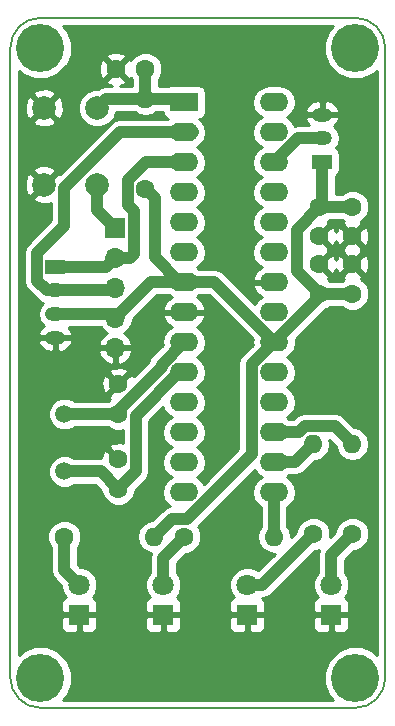
<source format=gbl>
G04 #@! TF.FileFunction,Copper,L2,Bot,Signal*
%FSLAX46Y46*%
G04 Gerber Fmt 4.6, Leading zero omitted, Abs format (unit mm)*
G04 Created by KiCad (PCBNEW 4.0.1-stable) date 2018/10/11 18:19:22*
%MOMM*%
G01*
G04 APERTURE LIST*
%ADD10C,0.100000*%
%ADD11C,0.150000*%
%ADD12C,4.064000*%
%ADD13C,1.600000*%
%ADD14R,1.800000X1.800000*%
%ADD15C,1.800000*%
%ADD16R,2.400000X1.600000*%
%ADD17O,2.400000X1.600000*%
%ADD18R,1.700000X1.200000*%
%ADD19O,1.700000X1.200000*%
%ADD20R,1.700000X1.700000*%
%ADD21O,1.700000X1.700000*%
%ADD22O,1.600000X1.600000*%
%ADD23C,2.000000*%
%ADD24C,1.500000*%
%ADD25C,1.000000*%
%ADD26C,0.254000*%
G04 APERTURE END LIST*
D10*
D11*
X170180000Y-107950000D02*
X171450000Y-107950000D01*
X170180000Y-166370000D02*
X171450000Y-166370000D01*
X142240000Y-163830000D02*
X142240000Y-110490000D01*
X142240000Y-163830000D02*
G75*
G03X144780000Y-166370000I2540000J0D01*
G01*
X144780000Y-166370000D02*
X170180000Y-166370000D01*
X173990000Y-110490000D02*
X173990000Y-163830000D01*
X144780000Y-107950000D02*
X170180000Y-107950000D01*
X171450000Y-166370000D02*
G75*
G03X173990000Y-163830000I0J2540000D01*
G01*
X144780000Y-107950000D02*
G75*
G03X142240000Y-110490000I0J-2540000D01*
G01*
X173990000Y-110490000D02*
G75*
G03X171450000Y-107950000I-2540000J0D01*
G01*
D12*
X144780000Y-163830000D03*
X171450000Y-163830000D03*
X171450000Y-110490000D03*
D13*
X168402000Y-123952000D03*
X168402000Y-126452000D03*
X151384000Y-141478000D03*
X151384000Y-138978000D03*
X151384000Y-147828000D03*
X151384000Y-145328000D03*
X171196000Y-131318000D03*
X171196000Y-128818000D03*
X171196000Y-123952000D03*
X171196000Y-126452000D03*
X168402000Y-131318000D03*
X168402000Y-128818000D03*
X153670000Y-112268000D03*
X151170000Y-112268000D03*
D14*
X155194000Y-158496000D03*
D15*
X155194000Y-155956000D03*
D14*
X169418000Y-158496000D03*
D15*
X169418000Y-155956000D03*
D14*
X162306000Y-158496000D03*
D15*
X162306000Y-155956000D03*
D14*
X148082000Y-158496000D03*
D15*
X148082000Y-155956000D03*
D16*
X156960524Y-115088000D03*
D17*
X164580524Y-148108000D03*
X156960524Y-117628000D03*
X164580524Y-145568000D03*
X156960524Y-120168000D03*
X164580524Y-143028000D03*
X156960524Y-122708000D03*
X164580524Y-140488000D03*
X156960524Y-125248000D03*
X164580524Y-137948000D03*
X156960524Y-127788000D03*
X164580524Y-135408000D03*
X156960524Y-130328000D03*
X164580524Y-132868000D03*
X156960524Y-132868000D03*
X164580524Y-130328000D03*
X156960524Y-135408000D03*
X164580524Y-127788000D03*
X156960524Y-137948000D03*
X164580524Y-125248000D03*
X156960524Y-140488000D03*
X164580524Y-122708000D03*
X156960524Y-143028000D03*
X164580524Y-120168000D03*
X156960524Y-145568000D03*
X164580524Y-117628000D03*
X156960524Y-148108000D03*
X164580524Y-115088000D03*
D18*
X146050000Y-129032000D03*
D19*
X146050000Y-131032000D03*
X146050000Y-133032000D03*
X146050000Y-135032000D03*
D20*
X151130000Y-125730000D03*
D21*
X151130000Y-128270000D03*
X151130000Y-130810000D03*
X151130000Y-133350000D03*
X151130000Y-135890000D03*
D18*
X168656000Y-120142000D03*
D19*
X168656000Y-118142000D03*
X168656000Y-116142000D03*
D13*
X156972000Y-151892000D03*
D22*
X164592000Y-151892000D03*
D13*
X153670000Y-122428000D03*
D22*
X153670000Y-114808000D03*
D13*
X171196000Y-151638000D03*
D22*
X171196000Y-144018000D03*
D13*
X167894000Y-151638000D03*
D22*
X167894000Y-144018000D03*
D13*
X146812000Y-151892000D03*
D22*
X154432000Y-151892000D03*
D23*
X145106000Y-115570000D03*
X149606000Y-115570000D03*
X145106000Y-122070000D03*
X149606000Y-122070000D03*
D24*
X146812000Y-141478000D03*
X146812000Y-146358000D03*
D12*
X144780000Y-110490000D03*
D25*
X153670000Y-122428000D02*
X154469999Y-123227999D01*
X154469999Y-123227999D02*
X154469999Y-128237475D01*
X154469999Y-128237475D02*
X156560524Y-130328000D01*
X156560524Y-130328000D02*
X156960524Y-130328000D01*
X156960524Y-130328000D02*
X157360524Y-130328000D01*
X154432000Y-151892000D02*
X155932001Y-150391999D01*
X155932001Y-150391999D02*
X157197859Y-150391999D01*
X157197859Y-150391999D02*
X162680514Y-144909344D01*
X162680514Y-144909344D02*
X162680514Y-137293486D01*
X162680514Y-137293486D02*
X164566000Y-135408000D01*
X164566000Y-135408000D02*
X164580524Y-135408000D01*
X168656000Y-120142000D02*
X168656000Y-123698000D01*
X168656000Y-123698000D02*
X168402000Y-123952000D01*
X164580524Y-135408000D02*
X168402000Y-131586524D01*
X168402000Y-131586524D02*
X168402000Y-131318000D01*
X168402000Y-123952000D02*
X166480534Y-125873466D01*
X166480534Y-125873466D02*
X166480534Y-129396534D01*
X166480534Y-129396534D02*
X167602001Y-130518001D01*
X167602001Y-130518001D02*
X168402000Y-131318000D01*
X156960524Y-130328000D02*
X159500524Y-130328000D01*
X159500524Y-130328000D02*
X164580524Y-135408000D01*
X156960524Y-130328000D02*
X154152000Y-130328000D01*
X154152000Y-130328000D02*
X151130000Y-133350000D01*
X146050000Y-133032000D02*
X150812000Y-133032000D01*
X150812000Y-133032000D02*
X151130000Y-133350000D01*
X145800000Y-133032000D02*
X146050000Y-133032000D01*
X156960524Y-130328000D02*
X156960524Y-130309334D01*
X164180524Y-135408000D02*
X164580524Y-135408000D01*
X168906000Y-120142000D02*
X168656000Y-120142000D01*
X168402000Y-123952000D02*
X171196000Y-123952000D01*
X168402000Y-131318000D02*
X171196000Y-131318000D01*
X151384000Y-141478000D02*
X151384000Y-141198002D01*
X151384000Y-141198002D02*
X155060514Y-137521488D01*
X155060514Y-137521488D02*
X155060514Y-137308010D01*
X155060514Y-137308010D02*
X156960524Y-135408000D01*
X156960524Y-135408000D02*
X156960524Y-135426666D01*
X156560524Y-135408000D02*
X156960524Y-135408000D01*
X146812000Y-141478000D02*
X151384000Y-141478000D01*
X151384000Y-147828000D02*
X152884001Y-146327999D01*
X152884001Y-146327999D02*
X152884001Y-141624523D01*
X152884001Y-141624523D02*
X156560524Y-137948000D01*
X156560524Y-137948000D02*
X156960524Y-137948000D01*
X156960524Y-137948000D02*
X156960524Y-137966666D01*
X146812000Y-146358000D02*
X149914000Y-146358000D01*
X149914000Y-146358000D02*
X151384000Y-147828000D01*
X156960524Y-137948000D02*
X157360524Y-137948000D01*
X149606000Y-122070000D02*
X149606000Y-124206000D01*
X149606000Y-124206000D02*
X151130000Y-125730000D01*
X153670000Y-114808000D02*
X150368000Y-114808000D01*
X150368000Y-114808000D02*
X149606000Y-115570000D01*
X153670000Y-112268000D02*
X153670000Y-114808000D01*
X153670000Y-114808000D02*
X156680524Y-114808000D01*
X156680524Y-114808000D02*
X156960524Y-115088000D01*
X156934524Y-115062000D02*
X156960524Y-115088000D01*
X155194000Y-155956000D02*
X155194000Y-153670000D01*
X155194000Y-153670000D02*
X156972000Y-151892000D01*
X156960524Y-117628000D02*
X151531998Y-117628000D01*
X151531998Y-117628000D02*
X146806001Y-122353997D01*
X144499999Y-127871999D02*
X144499999Y-130192001D01*
X146806001Y-122353997D02*
X146806001Y-125565997D01*
X146806001Y-125565997D02*
X144499999Y-127871999D01*
X145339998Y-131032000D02*
X146050000Y-131032000D01*
X144499999Y-130192001D02*
X145339998Y-131032000D01*
X156960524Y-117628000D02*
X156560524Y-117628000D01*
X146050000Y-131032000D02*
X150908000Y-131032000D01*
X150908000Y-131032000D02*
X151130000Y-130810000D01*
X156960524Y-117628000D02*
X156960524Y-117646666D01*
X156960524Y-117628000D02*
X157680526Y-117628000D01*
X156960524Y-120168000D02*
X153709998Y-120168000D01*
X153709998Y-120168000D02*
X152169999Y-121707999D01*
X152169999Y-121707999D02*
X152169999Y-123809997D01*
X152169999Y-123809997D02*
X152680001Y-124319999D01*
X152680001Y-124319999D02*
X152680001Y-127922080D01*
X152680001Y-127922080D02*
X152332081Y-128270000D01*
X152332081Y-128270000D02*
X151130000Y-128270000D01*
X157360524Y-120168000D02*
X156960524Y-120168000D01*
X156960524Y-120168000D02*
X156960524Y-120186666D01*
X156960524Y-120168000D02*
X156560524Y-120168000D01*
X146050000Y-129032000D02*
X150368000Y-129032000D01*
X150368000Y-129032000D02*
X151130000Y-128270000D01*
X145800000Y-129032000D02*
X146050000Y-129032000D01*
X164580524Y-145568000D02*
X166344000Y-145568000D01*
X166344000Y-145568000D02*
X167894000Y-144018000D01*
X164580524Y-143028000D02*
X166663998Y-143028000D01*
X166663998Y-143028000D02*
X167173999Y-142517999D01*
X167173999Y-142517999D02*
X169695999Y-142517999D01*
X169695999Y-142517999D02*
X170396001Y-143218001D01*
X170396001Y-143218001D02*
X171196000Y-144018000D01*
X169418000Y-155956000D02*
X169418000Y-153416000D01*
X169418000Y-153416000D02*
X171196000Y-151638000D01*
X162306000Y-155956000D02*
X163576000Y-155956000D01*
X163576000Y-155956000D02*
X167894000Y-151638000D01*
X164580524Y-148108000D02*
X164580524Y-151880524D01*
X164580524Y-151880524D02*
X164592000Y-151892000D01*
X146812000Y-151892000D02*
X146812000Y-154686000D01*
X146812000Y-154686000D02*
X148082000Y-155956000D01*
X164580524Y-120168000D02*
X166606524Y-118142000D01*
X166606524Y-118142000D02*
X168656000Y-118142000D01*
D26*
G36*
X169197124Y-108981831D02*
X168791462Y-109958772D01*
X168790539Y-111016587D01*
X169194495Y-111994235D01*
X169941831Y-112742876D01*
X170918772Y-113148538D01*
X171976587Y-113149461D01*
X172954235Y-112745505D01*
X173288000Y-112412322D01*
X173288000Y-161907531D01*
X172958169Y-161577124D01*
X171981228Y-161171462D01*
X170923413Y-161170539D01*
X169945765Y-161574495D01*
X169197124Y-162321831D01*
X168791462Y-163298772D01*
X168790539Y-164356587D01*
X169194495Y-165334235D01*
X169527678Y-165668000D01*
X146702469Y-165668000D01*
X147032876Y-165338169D01*
X147438538Y-164361228D01*
X147439461Y-163303413D01*
X147035505Y-162325765D01*
X146288169Y-161577124D01*
X145311228Y-161171462D01*
X144253413Y-161170539D01*
X143275765Y-161574495D01*
X142942000Y-161907678D01*
X142942000Y-158781750D01*
X146547000Y-158781750D01*
X146547000Y-159522309D01*
X146643673Y-159755698D01*
X146822301Y-159934327D01*
X147055690Y-160031000D01*
X147796250Y-160031000D01*
X147955000Y-159872250D01*
X147955000Y-158623000D01*
X148209000Y-158623000D01*
X148209000Y-159872250D01*
X148367750Y-160031000D01*
X149108310Y-160031000D01*
X149341699Y-159934327D01*
X149520327Y-159755698D01*
X149617000Y-159522309D01*
X149617000Y-158781750D01*
X153659000Y-158781750D01*
X153659000Y-159522309D01*
X153755673Y-159755698D01*
X153934301Y-159934327D01*
X154167690Y-160031000D01*
X154908250Y-160031000D01*
X155067000Y-159872250D01*
X155067000Y-158623000D01*
X155321000Y-158623000D01*
X155321000Y-159872250D01*
X155479750Y-160031000D01*
X156220310Y-160031000D01*
X156453699Y-159934327D01*
X156632327Y-159755698D01*
X156729000Y-159522309D01*
X156729000Y-158781750D01*
X160771000Y-158781750D01*
X160771000Y-159522309D01*
X160867673Y-159755698D01*
X161046301Y-159934327D01*
X161279690Y-160031000D01*
X162020250Y-160031000D01*
X162179000Y-159872250D01*
X162179000Y-158623000D01*
X162433000Y-158623000D01*
X162433000Y-159872250D01*
X162591750Y-160031000D01*
X163332310Y-160031000D01*
X163565699Y-159934327D01*
X163744327Y-159755698D01*
X163841000Y-159522309D01*
X163841000Y-158781750D01*
X167883000Y-158781750D01*
X167883000Y-159522309D01*
X167979673Y-159755698D01*
X168158301Y-159934327D01*
X168391690Y-160031000D01*
X169132250Y-160031000D01*
X169291000Y-159872250D01*
X169291000Y-158623000D01*
X169545000Y-158623000D01*
X169545000Y-159872250D01*
X169703750Y-160031000D01*
X170444310Y-160031000D01*
X170677699Y-159934327D01*
X170856327Y-159755698D01*
X170953000Y-159522309D01*
X170953000Y-158781750D01*
X170794250Y-158623000D01*
X169545000Y-158623000D01*
X169291000Y-158623000D01*
X168041750Y-158623000D01*
X167883000Y-158781750D01*
X163841000Y-158781750D01*
X163682250Y-158623000D01*
X162433000Y-158623000D01*
X162179000Y-158623000D01*
X160929750Y-158623000D01*
X160771000Y-158781750D01*
X156729000Y-158781750D01*
X156570250Y-158623000D01*
X155321000Y-158623000D01*
X155067000Y-158623000D01*
X153817750Y-158623000D01*
X153659000Y-158781750D01*
X149617000Y-158781750D01*
X149458250Y-158623000D01*
X148209000Y-158623000D01*
X147955000Y-158623000D01*
X146705750Y-158623000D01*
X146547000Y-158781750D01*
X142942000Y-158781750D01*
X142942000Y-152174603D01*
X145384752Y-152174603D01*
X145601543Y-152699275D01*
X145685000Y-152782878D01*
X145685000Y-154686000D01*
X145770788Y-155117284D01*
X146015091Y-155482909D01*
X146554941Y-156022759D01*
X146554735Y-156258407D01*
X146786717Y-156819846D01*
X146965088Y-156998529D01*
X146822301Y-157057673D01*
X146643673Y-157236302D01*
X146547000Y-157469691D01*
X146547000Y-158210250D01*
X146705750Y-158369000D01*
X147955000Y-158369000D01*
X147955000Y-158349000D01*
X148209000Y-158349000D01*
X148209000Y-158369000D01*
X149458250Y-158369000D01*
X149617000Y-158210250D01*
X149617000Y-157469691D01*
X149520327Y-157236302D01*
X149341699Y-157057673D01*
X149199004Y-156998567D01*
X149375773Y-156822106D01*
X149608735Y-156261072D01*
X149609265Y-155653593D01*
X149377283Y-155092154D01*
X148948106Y-154662227D01*
X148387072Y-154429265D01*
X148148876Y-154429057D01*
X147939000Y-154219182D01*
X147939000Y-152783290D01*
X148021047Y-152701386D01*
X148238752Y-152177093D01*
X148239248Y-151609397D01*
X148022457Y-151084725D01*
X147621386Y-150682953D01*
X147097093Y-150465248D01*
X146529397Y-150464752D01*
X146004725Y-150681543D01*
X145602953Y-151082614D01*
X145385248Y-151606907D01*
X145384752Y-152174603D01*
X142942000Y-152174603D01*
X142942000Y-138761223D01*
X149937035Y-138761223D01*
X149964222Y-139331454D01*
X150130136Y-139732005D01*
X150376255Y-139806139D01*
X151204395Y-138978000D01*
X150376255Y-138149861D01*
X150130136Y-138223995D01*
X149937035Y-138761223D01*
X142942000Y-138761223D01*
X142942000Y-137970255D01*
X150555861Y-137970255D01*
X151384000Y-138798395D01*
X152212139Y-137970255D01*
X152138005Y-137724136D01*
X151600777Y-137531035D01*
X151030546Y-137558222D01*
X150629995Y-137724136D01*
X150555861Y-137970255D01*
X142942000Y-137970255D01*
X142942000Y-135349609D01*
X144606538Y-135349609D01*
X144621714Y-135441376D01*
X144868067Y-135861125D01*
X145256299Y-136154647D01*
X145727304Y-136277256D01*
X145923000Y-136114547D01*
X145923000Y-135159000D01*
X146177000Y-135159000D01*
X146177000Y-136114547D01*
X146372696Y-136277256D01*
X146489347Y-136246890D01*
X149688524Y-136246890D01*
X149858355Y-136656924D01*
X150248642Y-137085183D01*
X150773108Y-137331486D01*
X151003000Y-137210819D01*
X151003000Y-136017000D01*
X151257000Y-136017000D01*
X151257000Y-137210819D01*
X151486892Y-137331486D01*
X152011358Y-137085183D01*
X152401645Y-136656924D01*
X152571476Y-136246890D01*
X152450155Y-136017000D01*
X151257000Y-136017000D01*
X151003000Y-136017000D01*
X149809845Y-136017000D01*
X149688524Y-136246890D01*
X146489347Y-136246890D01*
X146843701Y-136154647D01*
X147231933Y-135861125D01*
X147478286Y-135441376D01*
X147493462Y-135349609D01*
X147368731Y-135159000D01*
X146177000Y-135159000D01*
X145923000Y-135159000D01*
X144731269Y-135159000D01*
X144606538Y-135349609D01*
X142942000Y-135349609D01*
X142942000Y-127871999D01*
X143372999Y-127871999D01*
X143372999Y-130192001D01*
X143458787Y-130623285D01*
X143703090Y-130988910D01*
X144543089Y-131828909D01*
X144908714Y-132073212D01*
X145009795Y-132093318D01*
X144903444Y-132164380D01*
X144637464Y-132562447D01*
X144544064Y-133032000D01*
X144637464Y-133501553D01*
X144903444Y-133899620D01*
X145097590Y-134029344D01*
X144868067Y-134202875D01*
X144621714Y-134622624D01*
X144606538Y-134714391D01*
X144731269Y-134905000D01*
X145923000Y-134905000D01*
X145923000Y-134885000D01*
X146177000Y-134885000D01*
X146177000Y-134905000D01*
X147368731Y-134905000D01*
X147493462Y-134714391D01*
X147478286Y-134622624D01*
X147231933Y-134202875D01*
X147173901Y-134159000D01*
X149899380Y-134159000D01*
X150056667Y-134394397D01*
X150399939Y-134623764D01*
X150248642Y-134694817D01*
X149858355Y-135123076D01*
X149688524Y-135533110D01*
X149809845Y-135763000D01*
X151003000Y-135763000D01*
X151003000Y-135743000D01*
X151257000Y-135743000D01*
X151257000Y-135763000D01*
X152450155Y-135763000D01*
X152571476Y-135533110D01*
X152401645Y-135123076D01*
X152011358Y-134694817D01*
X151860061Y-134623764D01*
X152203333Y-134394397D01*
X152523506Y-133915223D01*
X152614115Y-133459704D01*
X154618819Y-131455000D01*
X155692228Y-131455000D01*
X155895068Y-131590534D01*
X155894041Y-131590834D01*
X155456024Y-131943104D01*
X155186157Y-132436181D01*
X155168620Y-132518961D01*
X155290609Y-132741000D01*
X156833524Y-132741000D01*
X156833524Y-132721000D01*
X157087524Y-132721000D01*
X157087524Y-132741000D01*
X158630439Y-132741000D01*
X158752428Y-132518961D01*
X158734891Y-132436181D01*
X158465024Y-131943104D01*
X158027007Y-131590834D01*
X158025980Y-131590534D01*
X158228820Y-131455000D01*
X159033706Y-131455000D01*
X162762357Y-135183651D01*
X162717731Y-135408000D01*
X162759947Y-135620235D01*
X161883605Y-136496577D01*
X161639302Y-136862202D01*
X161553514Y-137293486D01*
X161553514Y-144442526D01*
X158602315Y-147393725D01*
X158405358Y-147098959D01*
X158014806Y-146838000D01*
X158405358Y-146577041D01*
X158714693Y-146114089D01*
X158823317Y-145568000D01*
X158714693Y-145021911D01*
X158405358Y-144558959D01*
X158014806Y-144298000D01*
X158405358Y-144037041D01*
X158714693Y-143574089D01*
X158823317Y-143028000D01*
X158714693Y-142481911D01*
X158405358Y-142018959D01*
X158014806Y-141758000D01*
X158405358Y-141497041D01*
X158714693Y-141034089D01*
X158823317Y-140488000D01*
X158714693Y-139941911D01*
X158405358Y-139478959D01*
X158014806Y-139218000D01*
X158405358Y-138957041D01*
X158714693Y-138494089D01*
X158823317Y-137948000D01*
X158714693Y-137401911D01*
X158405358Y-136938959D01*
X158014806Y-136678000D01*
X158405358Y-136417041D01*
X158714693Y-135954089D01*
X158823317Y-135408000D01*
X158714693Y-134861911D01*
X158405358Y-134398959D01*
X158025980Y-134145466D01*
X158027007Y-134145166D01*
X158465024Y-133792896D01*
X158734891Y-133299819D01*
X158752428Y-133217039D01*
X158630439Y-132995000D01*
X157087524Y-132995000D01*
X157087524Y-133015000D01*
X156833524Y-133015000D01*
X156833524Y-132995000D01*
X155290609Y-132995000D01*
X155168620Y-133217039D01*
X155186157Y-133299819D01*
X155456024Y-133792896D01*
X155894041Y-134145166D01*
X155895068Y-134145466D01*
X155515690Y-134398959D01*
X155206355Y-134861911D01*
X155097731Y-135408000D01*
X155142357Y-135632349D01*
X154263605Y-136511101D01*
X154019302Y-136876726D01*
X153996419Y-136991765D01*
X152674864Y-138313320D01*
X152637864Y-138223995D01*
X152391745Y-138149861D01*
X151563605Y-138978000D01*
X151577748Y-138992142D01*
X151398142Y-139171748D01*
X151384000Y-139157605D01*
X150555861Y-139985745D01*
X150629995Y-140231864D01*
X150647685Y-140238223D01*
X150576725Y-140267543D01*
X150493122Y-140351000D01*
X147632640Y-140351000D01*
X147593026Y-140311317D01*
X147087104Y-140101240D01*
X146539299Y-140100762D01*
X146033011Y-140309956D01*
X145645317Y-140696974D01*
X145435240Y-141202896D01*
X145434762Y-141750701D01*
X145643956Y-142256989D01*
X146030974Y-142644683D01*
X146536896Y-142854760D01*
X147084701Y-142855238D01*
X147590989Y-142646044D01*
X147632105Y-142605000D01*
X150492710Y-142605000D01*
X150574614Y-142687047D01*
X151098907Y-142904752D01*
X151666603Y-142905248D01*
X151757001Y-142867896D01*
X151757001Y-143937188D01*
X151600777Y-143881035D01*
X151030546Y-143908222D01*
X150629995Y-144074136D01*
X150555861Y-144320255D01*
X151384000Y-145148395D01*
X151398143Y-145134253D01*
X151577748Y-145313858D01*
X151563605Y-145328000D01*
X151577748Y-145342143D01*
X151398143Y-145521748D01*
X151384000Y-145507605D01*
X151369858Y-145521748D01*
X151190252Y-145342142D01*
X151204395Y-145328000D01*
X150376255Y-144499861D01*
X150130136Y-144573995D01*
X149937035Y-145111223D01*
X149943021Y-145236773D01*
X149914000Y-145231000D01*
X147632640Y-145231000D01*
X147593026Y-145191317D01*
X147087104Y-144981240D01*
X146539299Y-144980762D01*
X146033011Y-145189956D01*
X145645317Y-145576974D01*
X145435240Y-146082896D01*
X145434762Y-146630701D01*
X145643956Y-147136989D01*
X146030974Y-147524683D01*
X146536896Y-147734760D01*
X147084701Y-147735238D01*
X147590989Y-147526044D01*
X147632105Y-147485000D01*
X149447182Y-147485000D01*
X149956853Y-147994671D01*
X149956752Y-148110603D01*
X150173543Y-148635275D01*
X150574614Y-149037047D01*
X151098907Y-149254752D01*
X151666603Y-149255248D01*
X152191275Y-149038457D01*
X152593047Y-148637386D01*
X152810752Y-148113093D01*
X152810855Y-147994963D01*
X153680911Y-147124908D01*
X153925213Y-146759283D01*
X154011001Y-146327999D01*
X154011001Y-142091341D01*
X155183442Y-140918900D01*
X155206355Y-141034089D01*
X155515690Y-141497041D01*
X155906242Y-141758000D01*
X155515690Y-142018959D01*
X155206355Y-142481911D01*
X155097731Y-143028000D01*
X155206355Y-143574089D01*
X155515690Y-144037041D01*
X155906242Y-144298000D01*
X155515690Y-144558959D01*
X155206355Y-145021911D01*
X155097731Y-145568000D01*
X155206355Y-146114089D01*
X155515690Y-146577041D01*
X155906242Y-146838000D01*
X155515690Y-147098959D01*
X155206355Y-147561911D01*
X155097731Y-148108000D01*
X155206355Y-148654089D01*
X155515690Y-149117041D01*
X155781830Y-149294870D01*
X155500717Y-149350787D01*
X155135092Y-149595089D01*
X154230702Y-150499480D01*
X153857954Y-150573624D01*
X153395002Y-150882959D01*
X153085667Y-151345911D01*
X152977043Y-151892000D01*
X153085667Y-152438089D01*
X153395002Y-152901041D01*
X153857954Y-153210376D01*
X154146989Y-153267869D01*
X154067000Y-153670000D01*
X154067000Y-154923412D01*
X153900227Y-155089894D01*
X153667265Y-155650928D01*
X153666735Y-156258407D01*
X153898717Y-156819846D01*
X154077088Y-156998529D01*
X153934301Y-157057673D01*
X153755673Y-157236302D01*
X153659000Y-157469691D01*
X153659000Y-158210250D01*
X153817750Y-158369000D01*
X155067000Y-158369000D01*
X155067000Y-158349000D01*
X155321000Y-158349000D01*
X155321000Y-158369000D01*
X156570250Y-158369000D01*
X156729000Y-158210250D01*
X156729000Y-157469691D01*
X156632327Y-157236302D01*
X156453699Y-157057673D01*
X156311004Y-156998567D01*
X156487773Y-156822106D01*
X156720735Y-156261072D01*
X156721265Y-155653593D01*
X156489283Y-155092154D01*
X156321000Y-154923577D01*
X156321000Y-154136818D01*
X157138672Y-153319147D01*
X157254603Y-153319248D01*
X157779275Y-153102457D01*
X158181047Y-152701386D01*
X158398752Y-152177093D01*
X158399248Y-151609397D01*
X158182457Y-151084725D01*
X158140740Y-151042936D01*
X162923780Y-146259896D01*
X163135690Y-146577041D01*
X163526242Y-146838000D01*
X163135690Y-147098959D01*
X162826355Y-147561911D01*
X162717731Y-148108000D01*
X162826355Y-148654089D01*
X163135690Y-149117041D01*
X163453524Y-149329411D01*
X163453524Y-151034831D01*
X163245667Y-151345911D01*
X163137043Y-151892000D01*
X163245667Y-152438089D01*
X163555002Y-152901041D01*
X164017954Y-153210376D01*
X164564043Y-153319000D01*
X164619182Y-153319000D01*
X163223985Y-154714197D01*
X163172106Y-154662227D01*
X162611072Y-154429265D01*
X162003593Y-154428735D01*
X161442154Y-154660717D01*
X161012227Y-155089894D01*
X160779265Y-155650928D01*
X160778735Y-156258407D01*
X161010717Y-156819846D01*
X161189088Y-156998529D01*
X161046301Y-157057673D01*
X160867673Y-157236302D01*
X160771000Y-157469691D01*
X160771000Y-158210250D01*
X160929750Y-158369000D01*
X162179000Y-158369000D01*
X162179000Y-158349000D01*
X162433000Y-158349000D01*
X162433000Y-158369000D01*
X163682250Y-158369000D01*
X163841000Y-158210250D01*
X163841000Y-157469691D01*
X163744327Y-157236302D01*
X163588533Y-157080507D01*
X164007284Y-156997212D01*
X164372909Y-156752909D01*
X168060671Y-153065147D01*
X168176603Y-153065248D01*
X168378803Y-152981700D01*
X168376788Y-152984716D01*
X168291000Y-153416000D01*
X168291000Y-154923412D01*
X168124227Y-155089894D01*
X167891265Y-155650928D01*
X167890735Y-156258407D01*
X168122717Y-156819846D01*
X168301088Y-156998529D01*
X168158301Y-157057673D01*
X167979673Y-157236302D01*
X167883000Y-157469691D01*
X167883000Y-158210250D01*
X168041750Y-158369000D01*
X169291000Y-158369000D01*
X169291000Y-158349000D01*
X169545000Y-158349000D01*
X169545000Y-158369000D01*
X170794250Y-158369000D01*
X170953000Y-158210250D01*
X170953000Y-157469691D01*
X170856327Y-157236302D01*
X170677699Y-157057673D01*
X170535004Y-156998567D01*
X170711773Y-156822106D01*
X170944735Y-156261072D01*
X170945265Y-155653593D01*
X170713283Y-155092154D01*
X170545000Y-154923577D01*
X170545000Y-153882818D01*
X171362672Y-153065147D01*
X171478603Y-153065248D01*
X172003275Y-152848457D01*
X172405047Y-152447386D01*
X172622752Y-151923093D01*
X172623248Y-151355397D01*
X172406457Y-150830725D01*
X172005386Y-150428953D01*
X171481093Y-150211248D01*
X170913397Y-150210752D01*
X170388725Y-150427543D01*
X169986953Y-150828614D01*
X169769248Y-151352907D01*
X169769145Y-151471037D01*
X169320755Y-151919426D01*
X169321248Y-151355397D01*
X169104457Y-150830725D01*
X168703386Y-150428953D01*
X168179093Y-150211248D01*
X167611397Y-150210752D01*
X167086725Y-150427543D01*
X166684953Y-150828614D01*
X166467248Y-151352907D01*
X166467145Y-151471037D01*
X166046828Y-151891354D01*
X165938333Y-151345911D01*
X165707524Y-151000481D01*
X165707524Y-149329411D01*
X166025358Y-149117041D01*
X166334693Y-148654089D01*
X166443317Y-148108000D01*
X166334693Y-147561911D01*
X166025358Y-147098959D01*
X165634806Y-146838000D01*
X165848820Y-146695000D01*
X166344000Y-146695000D01*
X166775284Y-146609212D01*
X167140909Y-146364909D01*
X168067341Y-145438477D01*
X168440089Y-145364333D01*
X168903041Y-145054998D01*
X169212376Y-144592046D01*
X169321000Y-144045957D01*
X169321000Y-143990043D01*
X169258124Y-143673942D01*
X169599091Y-144014910D01*
X169599094Y-144014912D01*
X169803480Y-144219298D01*
X169877624Y-144592046D01*
X170186959Y-145054998D01*
X170649911Y-145364333D01*
X171196000Y-145472957D01*
X171742089Y-145364333D01*
X172205041Y-145054998D01*
X172514376Y-144592046D01*
X172623000Y-144045957D01*
X172623000Y-143990043D01*
X172514376Y-143443954D01*
X172205041Y-142981002D01*
X171742089Y-142671667D01*
X171369341Y-142597523D01*
X171192912Y-142421094D01*
X171192910Y-142421091D01*
X170492908Y-141721090D01*
X170127283Y-141476787D01*
X169695999Y-141390999D01*
X167173999Y-141390999D01*
X166742715Y-141476787D01*
X166377089Y-141721090D01*
X166197179Y-141901000D01*
X165848820Y-141901000D01*
X165634806Y-141758000D01*
X166025358Y-141497041D01*
X166334693Y-141034089D01*
X166443317Y-140488000D01*
X166334693Y-139941911D01*
X166025358Y-139478959D01*
X165634806Y-139218000D01*
X166025358Y-138957041D01*
X166334693Y-138494089D01*
X166443317Y-137948000D01*
X166334693Y-137401911D01*
X166025358Y-136938959D01*
X165634806Y-136678000D01*
X166025358Y-136417041D01*
X166334693Y-135954089D01*
X166443317Y-135408000D01*
X166398691Y-135183651D01*
X168944469Y-132637873D01*
X169209275Y-132528457D01*
X169292878Y-132445000D01*
X170304710Y-132445000D01*
X170386614Y-132527047D01*
X170910907Y-132744752D01*
X171478603Y-132745248D01*
X172003275Y-132528457D01*
X172405047Y-132127386D01*
X172622752Y-131603093D01*
X172623248Y-131035397D01*
X172406457Y-130510725D01*
X172005386Y-130108953D01*
X171933014Y-130078902D01*
X171950005Y-130071864D01*
X172024139Y-129825745D01*
X171196000Y-128997605D01*
X170367861Y-129825745D01*
X170441995Y-130071864D01*
X170459685Y-130078223D01*
X170388725Y-130107543D01*
X170305122Y-130191000D01*
X169293290Y-130191000D01*
X169211386Y-130108953D01*
X169139014Y-130078902D01*
X169156005Y-130071864D01*
X169230139Y-129825745D01*
X168402000Y-128997605D01*
X168387858Y-129011748D01*
X168208252Y-128832142D01*
X168222395Y-128818000D01*
X168581605Y-128818000D01*
X169409745Y-129646139D01*
X169655864Y-129572005D01*
X169788866Y-129201979D01*
X169942136Y-129572005D01*
X170188255Y-129646139D01*
X171016395Y-128818000D01*
X171375605Y-128818000D01*
X172203745Y-129646139D01*
X172449864Y-129572005D01*
X172642965Y-129034777D01*
X172615778Y-128464546D01*
X172449864Y-128063995D01*
X172203745Y-127989861D01*
X171375605Y-128818000D01*
X171016395Y-128818000D01*
X170188255Y-127989861D01*
X169942136Y-128063995D01*
X169809134Y-128434021D01*
X169655864Y-128063995D01*
X169409745Y-127989861D01*
X168581605Y-128818000D01*
X168222395Y-128818000D01*
X168208252Y-128803858D01*
X168387858Y-128624252D01*
X168402000Y-128638395D01*
X169230139Y-127810255D01*
X169177350Y-127635000D01*
X169230139Y-127459745D01*
X170367861Y-127459745D01*
X170420650Y-127635000D01*
X170367861Y-127810255D01*
X171196000Y-128638395D01*
X172024139Y-127810255D01*
X171971350Y-127635000D01*
X172024139Y-127459745D01*
X171196000Y-126631605D01*
X170367861Y-127459745D01*
X169230139Y-127459745D01*
X168402000Y-126631605D01*
X168387858Y-126645748D01*
X168208252Y-126466142D01*
X168222395Y-126452000D01*
X168581605Y-126452000D01*
X169409745Y-127280139D01*
X169655864Y-127206005D01*
X169788866Y-126835979D01*
X169942136Y-127206005D01*
X170188255Y-127280139D01*
X171016395Y-126452000D01*
X171375605Y-126452000D01*
X172203745Y-127280139D01*
X172449864Y-127206005D01*
X172642965Y-126668777D01*
X172615778Y-126098546D01*
X172449864Y-125697995D01*
X172203745Y-125623861D01*
X171375605Y-126452000D01*
X171016395Y-126452000D01*
X170188255Y-125623861D01*
X169942136Y-125697995D01*
X169809134Y-126068021D01*
X169655864Y-125697995D01*
X169409745Y-125623861D01*
X168581605Y-126452000D01*
X168222395Y-126452000D01*
X168208252Y-126437858D01*
X168387858Y-126258252D01*
X168402000Y-126272395D01*
X169230139Y-125444255D01*
X169156005Y-125198136D01*
X169138315Y-125191777D01*
X169209275Y-125162457D01*
X169292878Y-125079000D01*
X170304710Y-125079000D01*
X170386614Y-125161047D01*
X170458986Y-125191098D01*
X170441995Y-125198136D01*
X170367861Y-125444255D01*
X171196000Y-126272395D01*
X172024139Y-125444255D01*
X171950005Y-125198136D01*
X171932315Y-125191777D01*
X172003275Y-125162457D01*
X172405047Y-124761386D01*
X172622752Y-124237093D01*
X172623248Y-123669397D01*
X172406457Y-123144725D01*
X172005386Y-122742953D01*
X171481093Y-122525248D01*
X170913397Y-122524752D01*
X170388725Y-122741543D01*
X170305122Y-122825000D01*
X169783000Y-122825000D01*
X169783000Y-121308833D01*
X169951753Y-121200243D01*
X170094917Y-120990717D01*
X170145283Y-120742000D01*
X170145283Y-119542000D01*
X170101563Y-119309648D01*
X169964243Y-119096247D01*
X169813497Y-118993246D01*
X170068536Y-118611553D01*
X170161936Y-118142000D01*
X170068536Y-117672447D01*
X169802556Y-117274380D01*
X169608410Y-117144656D01*
X169837933Y-116971125D01*
X170084286Y-116551376D01*
X170099462Y-116459609D01*
X169974731Y-116269000D01*
X168783000Y-116269000D01*
X168783000Y-116289000D01*
X168529000Y-116289000D01*
X168529000Y-116269000D01*
X167337269Y-116269000D01*
X167212538Y-116459609D01*
X167227714Y-116551376D01*
X167474067Y-116971125D01*
X167532099Y-117015000D01*
X166606524Y-117015000D01*
X166327120Y-117070577D01*
X166025358Y-116618959D01*
X165634806Y-116358000D01*
X166025358Y-116097041D01*
X166207537Y-115824391D01*
X167212538Y-115824391D01*
X167337269Y-116015000D01*
X168529000Y-116015000D01*
X168529000Y-115059453D01*
X168783000Y-115059453D01*
X168783000Y-116015000D01*
X169974731Y-116015000D01*
X170099462Y-115824391D01*
X170084286Y-115732624D01*
X169837933Y-115312875D01*
X169449701Y-115019353D01*
X168978696Y-114896744D01*
X168783000Y-115059453D01*
X168529000Y-115059453D01*
X168333304Y-114896744D01*
X167862299Y-115019353D01*
X167474067Y-115312875D01*
X167227714Y-115732624D01*
X167212538Y-115824391D01*
X166207537Y-115824391D01*
X166334693Y-115634089D01*
X166443317Y-115088000D01*
X166334693Y-114541911D01*
X166025358Y-114078959D01*
X165562406Y-113769624D01*
X165016317Y-113661000D01*
X164144731Y-113661000D01*
X163598642Y-113769624D01*
X163135690Y-114078959D01*
X162826355Y-114541911D01*
X162717731Y-115088000D01*
X162826355Y-115634089D01*
X163135690Y-116097041D01*
X163526242Y-116358000D01*
X163135690Y-116618959D01*
X162826355Y-117081911D01*
X162717731Y-117628000D01*
X162826355Y-118174089D01*
X163135690Y-118637041D01*
X163526242Y-118898000D01*
X163135690Y-119158959D01*
X162826355Y-119621911D01*
X162717731Y-120168000D01*
X162826355Y-120714089D01*
X163135690Y-121177041D01*
X163526242Y-121438000D01*
X163135690Y-121698959D01*
X162826355Y-122161911D01*
X162717731Y-122708000D01*
X162826355Y-123254089D01*
X163135690Y-123717041D01*
X163526242Y-123978000D01*
X163135690Y-124238959D01*
X162826355Y-124701911D01*
X162717731Y-125248000D01*
X162826355Y-125794089D01*
X163135690Y-126257041D01*
X163526242Y-126518000D01*
X163135690Y-126778959D01*
X162826355Y-127241911D01*
X162717731Y-127788000D01*
X162826355Y-128334089D01*
X163135690Y-128797041D01*
X163515068Y-129050534D01*
X163514041Y-129050834D01*
X163076024Y-129403104D01*
X162806157Y-129896181D01*
X162788620Y-129978961D01*
X162910609Y-130201000D01*
X164453524Y-130201000D01*
X164453524Y-130181000D01*
X164707524Y-130181000D01*
X164707524Y-130201000D01*
X164727524Y-130201000D01*
X164727524Y-130455000D01*
X164707524Y-130455000D01*
X164707524Y-130475000D01*
X164453524Y-130475000D01*
X164453524Y-130455000D01*
X162910609Y-130455000D01*
X162788620Y-130677039D01*
X162806157Y-130759819D01*
X163076024Y-131252896D01*
X163514041Y-131605166D01*
X163515068Y-131605466D01*
X163135690Y-131858959D01*
X162931257Y-132164915D01*
X160297433Y-129531091D01*
X159931808Y-129286788D01*
X159500524Y-129201000D01*
X158228820Y-129201000D01*
X158014806Y-129058000D01*
X158405358Y-128797041D01*
X158714693Y-128334089D01*
X158823317Y-127788000D01*
X158714693Y-127241911D01*
X158405358Y-126778959D01*
X158014806Y-126518000D01*
X158405358Y-126257041D01*
X158714693Y-125794089D01*
X158823317Y-125248000D01*
X158714693Y-124701911D01*
X158405358Y-124238959D01*
X158014806Y-123978000D01*
X158405358Y-123717041D01*
X158714693Y-123254089D01*
X158823317Y-122708000D01*
X158714693Y-122161911D01*
X158405358Y-121698959D01*
X158014806Y-121438000D01*
X158405358Y-121177041D01*
X158714693Y-120714089D01*
X158823317Y-120168000D01*
X158714693Y-119621911D01*
X158405358Y-119158959D01*
X158014806Y-118898000D01*
X158405358Y-118637041D01*
X158714693Y-118174089D01*
X158823317Y-117628000D01*
X158714693Y-117081911D01*
X158405358Y-116618959D01*
X158244506Y-116511481D01*
X158392876Y-116483563D01*
X158606277Y-116346243D01*
X158749441Y-116136717D01*
X158799807Y-115888000D01*
X158799807Y-114288000D01*
X158756087Y-114055648D01*
X158618767Y-113842247D01*
X158409241Y-113699083D01*
X158160524Y-113648717D01*
X155760524Y-113648717D01*
X155588954Y-113681000D01*
X154797000Y-113681000D01*
X154797000Y-113159290D01*
X154879047Y-113077386D01*
X155096752Y-112553093D01*
X155097248Y-111985397D01*
X154880457Y-111460725D01*
X154479386Y-111058953D01*
X153955093Y-110841248D01*
X153387397Y-110840752D01*
X152862725Y-111057543D01*
X152460953Y-111458614D01*
X152430902Y-111530986D01*
X152423864Y-111513995D01*
X152177745Y-111439861D01*
X151349605Y-112268000D01*
X152177745Y-113096139D01*
X152423864Y-113022005D01*
X152430223Y-113004315D01*
X152459543Y-113075275D01*
X152543000Y-113158878D01*
X152543000Y-113681000D01*
X151539818Y-113681000D01*
X151924005Y-113521864D01*
X151998139Y-113275745D01*
X151170000Y-112447605D01*
X150341861Y-113275745D01*
X150415995Y-113521864D01*
X150858729Y-113681000D01*
X150368000Y-113681000D01*
X149936716Y-113766788D01*
X149672909Y-113943058D01*
X149283789Y-113942718D01*
X148685582Y-114189892D01*
X148227501Y-114647175D01*
X147979283Y-115244950D01*
X147978718Y-115892211D01*
X148225892Y-116490418D01*
X148683175Y-116948499D01*
X149280950Y-117196717D01*
X149928211Y-117197282D01*
X150526418Y-116950108D01*
X150984499Y-116492825D01*
X151216128Y-115935000D01*
X152795656Y-115935000D01*
X153123911Y-116154333D01*
X153670000Y-116262957D01*
X154216089Y-116154333D01*
X154544344Y-115935000D01*
X155130085Y-115935000D01*
X155164961Y-116120352D01*
X155302281Y-116333753D01*
X155511807Y-116476917D01*
X155630733Y-116501000D01*
X151531998Y-116501000D01*
X151100714Y-116586788D01*
X150735089Y-116831091D01*
X146412267Y-121153913D01*
X146258532Y-121097073D01*
X145285605Y-122070000D01*
X145299748Y-122084143D01*
X145120143Y-122263748D01*
X145106000Y-122249605D01*
X144133073Y-123222532D01*
X144231736Y-123489387D01*
X144841461Y-123715908D01*
X145491460Y-123691856D01*
X145679001Y-123614174D01*
X145679001Y-125099178D01*
X143703090Y-127075090D01*
X143458787Y-127440715D01*
X143372999Y-127871999D01*
X142942000Y-127871999D01*
X142942000Y-121805461D01*
X143460092Y-121805461D01*
X143484144Y-122455460D01*
X143686613Y-122944264D01*
X143953468Y-123042927D01*
X144926395Y-122070000D01*
X143953468Y-121097073D01*
X143686613Y-121195736D01*
X143460092Y-121805461D01*
X142942000Y-121805461D01*
X142942000Y-120917468D01*
X144133073Y-120917468D01*
X145106000Y-121890395D01*
X146078927Y-120917468D01*
X145980264Y-120650613D01*
X145370539Y-120424092D01*
X144720540Y-120448144D01*
X144231736Y-120650613D01*
X144133073Y-120917468D01*
X142942000Y-120917468D01*
X142942000Y-116722532D01*
X144133073Y-116722532D01*
X144231736Y-116989387D01*
X144841461Y-117215908D01*
X145491460Y-117191856D01*
X145980264Y-116989387D01*
X146078927Y-116722532D01*
X145106000Y-115749605D01*
X144133073Y-116722532D01*
X142942000Y-116722532D01*
X142942000Y-115305461D01*
X143460092Y-115305461D01*
X143484144Y-115955460D01*
X143686613Y-116444264D01*
X143953468Y-116542927D01*
X144926395Y-115570000D01*
X145285605Y-115570000D01*
X146258532Y-116542927D01*
X146525387Y-116444264D01*
X146751908Y-115834539D01*
X146727856Y-115184540D01*
X146525387Y-114695736D01*
X146258532Y-114597073D01*
X145285605Y-115570000D01*
X144926395Y-115570000D01*
X143953468Y-114597073D01*
X143686613Y-114695736D01*
X143460092Y-115305461D01*
X142942000Y-115305461D01*
X142942000Y-114417468D01*
X144133073Y-114417468D01*
X145106000Y-115390395D01*
X146078927Y-114417468D01*
X145980264Y-114150613D01*
X145370539Y-113924092D01*
X144720540Y-113948144D01*
X144231736Y-114150613D01*
X144133073Y-114417468D01*
X142942000Y-114417468D01*
X142942000Y-112412469D01*
X143271831Y-112742876D01*
X144248772Y-113148538D01*
X145306587Y-113149461D01*
X146284235Y-112745505D01*
X146979729Y-112051223D01*
X149723035Y-112051223D01*
X149750222Y-112621454D01*
X149916136Y-113022005D01*
X150162255Y-113096139D01*
X150990395Y-112268000D01*
X150162255Y-111439861D01*
X149916136Y-111513995D01*
X149723035Y-112051223D01*
X146979729Y-112051223D01*
X147032876Y-111998169D01*
X147339285Y-111260255D01*
X150341861Y-111260255D01*
X151170000Y-112088395D01*
X151998139Y-111260255D01*
X151924005Y-111014136D01*
X151386777Y-110821035D01*
X150816546Y-110848222D01*
X150415995Y-111014136D01*
X150341861Y-111260255D01*
X147339285Y-111260255D01*
X147438538Y-111021228D01*
X147439461Y-109963413D01*
X147035505Y-108985765D01*
X146702322Y-108652000D01*
X169527531Y-108652000D01*
X169197124Y-108981831D01*
X169197124Y-108981831D01*
G37*
X169197124Y-108981831D02*
X168791462Y-109958772D01*
X168790539Y-111016587D01*
X169194495Y-111994235D01*
X169941831Y-112742876D01*
X170918772Y-113148538D01*
X171976587Y-113149461D01*
X172954235Y-112745505D01*
X173288000Y-112412322D01*
X173288000Y-161907531D01*
X172958169Y-161577124D01*
X171981228Y-161171462D01*
X170923413Y-161170539D01*
X169945765Y-161574495D01*
X169197124Y-162321831D01*
X168791462Y-163298772D01*
X168790539Y-164356587D01*
X169194495Y-165334235D01*
X169527678Y-165668000D01*
X146702469Y-165668000D01*
X147032876Y-165338169D01*
X147438538Y-164361228D01*
X147439461Y-163303413D01*
X147035505Y-162325765D01*
X146288169Y-161577124D01*
X145311228Y-161171462D01*
X144253413Y-161170539D01*
X143275765Y-161574495D01*
X142942000Y-161907678D01*
X142942000Y-158781750D01*
X146547000Y-158781750D01*
X146547000Y-159522309D01*
X146643673Y-159755698D01*
X146822301Y-159934327D01*
X147055690Y-160031000D01*
X147796250Y-160031000D01*
X147955000Y-159872250D01*
X147955000Y-158623000D01*
X148209000Y-158623000D01*
X148209000Y-159872250D01*
X148367750Y-160031000D01*
X149108310Y-160031000D01*
X149341699Y-159934327D01*
X149520327Y-159755698D01*
X149617000Y-159522309D01*
X149617000Y-158781750D01*
X153659000Y-158781750D01*
X153659000Y-159522309D01*
X153755673Y-159755698D01*
X153934301Y-159934327D01*
X154167690Y-160031000D01*
X154908250Y-160031000D01*
X155067000Y-159872250D01*
X155067000Y-158623000D01*
X155321000Y-158623000D01*
X155321000Y-159872250D01*
X155479750Y-160031000D01*
X156220310Y-160031000D01*
X156453699Y-159934327D01*
X156632327Y-159755698D01*
X156729000Y-159522309D01*
X156729000Y-158781750D01*
X160771000Y-158781750D01*
X160771000Y-159522309D01*
X160867673Y-159755698D01*
X161046301Y-159934327D01*
X161279690Y-160031000D01*
X162020250Y-160031000D01*
X162179000Y-159872250D01*
X162179000Y-158623000D01*
X162433000Y-158623000D01*
X162433000Y-159872250D01*
X162591750Y-160031000D01*
X163332310Y-160031000D01*
X163565699Y-159934327D01*
X163744327Y-159755698D01*
X163841000Y-159522309D01*
X163841000Y-158781750D01*
X167883000Y-158781750D01*
X167883000Y-159522309D01*
X167979673Y-159755698D01*
X168158301Y-159934327D01*
X168391690Y-160031000D01*
X169132250Y-160031000D01*
X169291000Y-159872250D01*
X169291000Y-158623000D01*
X169545000Y-158623000D01*
X169545000Y-159872250D01*
X169703750Y-160031000D01*
X170444310Y-160031000D01*
X170677699Y-159934327D01*
X170856327Y-159755698D01*
X170953000Y-159522309D01*
X170953000Y-158781750D01*
X170794250Y-158623000D01*
X169545000Y-158623000D01*
X169291000Y-158623000D01*
X168041750Y-158623000D01*
X167883000Y-158781750D01*
X163841000Y-158781750D01*
X163682250Y-158623000D01*
X162433000Y-158623000D01*
X162179000Y-158623000D01*
X160929750Y-158623000D01*
X160771000Y-158781750D01*
X156729000Y-158781750D01*
X156570250Y-158623000D01*
X155321000Y-158623000D01*
X155067000Y-158623000D01*
X153817750Y-158623000D01*
X153659000Y-158781750D01*
X149617000Y-158781750D01*
X149458250Y-158623000D01*
X148209000Y-158623000D01*
X147955000Y-158623000D01*
X146705750Y-158623000D01*
X146547000Y-158781750D01*
X142942000Y-158781750D01*
X142942000Y-152174603D01*
X145384752Y-152174603D01*
X145601543Y-152699275D01*
X145685000Y-152782878D01*
X145685000Y-154686000D01*
X145770788Y-155117284D01*
X146015091Y-155482909D01*
X146554941Y-156022759D01*
X146554735Y-156258407D01*
X146786717Y-156819846D01*
X146965088Y-156998529D01*
X146822301Y-157057673D01*
X146643673Y-157236302D01*
X146547000Y-157469691D01*
X146547000Y-158210250D01*
X146705750Y-158369000D01*
X147955000Y-158369000D01*
X147955000Y-158349000D01*
X148209000Y-158349000D01*
X148209000Y-158369000D01*
X149458250Y-158369000D01*
X149617000Y-158210250D01*
X149617000Y-157469691D01*
X149520327Y-157236302D01*
X149341699Y-157057673D01*
X149199004Y-156998567D01*
X149375773Y-156822106D01*
X149608735Y-156261072D01*
X149609265Y-155653593D01*
X149377283Y-155092154D01*
X148948106Y-154662227D01*
X148387072Y-154429265D01*
X148148876Y-154429057D01*
X147939000Y-154219182D01*
X147939000Y-152783290D01*
X148021047Y-152701386D01*
X148238752Y-152177093D01*
X148239248Y-151609397D01*
X148022457Y-151084725D01*
X147621386Y-150682953D01*
X147097093Y-150465248D01*
X146529397Y-150464752D01*
X146004725Y-150681543D01*
X145602953Y-151082614D01*
X145385248Y-151606907D01*
X145384752Y-152174603D01*
X142942000Y-152174603D01*
X142942000Y-138761223D01*
X149937035Y-138761223D01*
X149964222Y-139331454D01*
X150130136Y-139732005D01*
X150376255Y-139806139D01*
X151204395Y-138978000D01*
X150376255Y-138149861D01*
X150130136Y-138223995D01*
X149937035Y-138761223D01*
X142942000Y-138761223D01*
X142942000Y-137970255D01*
X150555861Y-137970255D01*
X151384000Y-138798395D01*
X152212139Y-137970255D01*
X152138005Y-137724136D01*
X151600777Y-137531035D01*
X151030546Y-137558222D01*
X150629995Y-137724136D01*
X150555861Y-137970255D01*
X142942000Y-137970255D01*
X142942000Y-135349609D01*
X144606538Y-135349609D01*
X144621714Y-135441376D01*
X144868067Y-135861125D01*
X145256299Y-136154647D01*
X145727304Y-136277256D01*
X145923000Y-136114547D01*
X145923000Y-135159000D01*
X146177000Y-135159000D01*
X146177000Y-136114547D01*
X146372696Y-136277256D01*
X146489347Y-136246890D01*
X149688524Y-136246890D01*
X149858355Y-136656924D01*
X150248642Y-137085183D01*
X150773108Y-137331486D01*
X151003000Y-137210819D01*
X151003000Y-136017000D01*
X151257000Y-136017000D01*
X151257000Y-137210819D01*
X151486892Y-137331486D01*
X152011358Y-137085183D01*
X152401645Y-136656924D01*
X152571476Y-136246890D01*
X152450155Y-136017000D01*
X151257000Y-136017000D01*
X151003000Y-136017000D01*
X149809845Y-136017000D01*
X149688524Y-136246890D01*
X146489347Y-136246890D01*
X146843701Y-136154647D01*
X147231933Y-135861125D01*
X147478286Y-135441376D01*
X147493462Y-135349609D01*
X147368731Y-135159000D01*
X146177000Y-135159000D01*
X145923000Y-135159000D01*
X144731269Y-135159000D01*
X144606538Y-135349609D01*
X142942000Y-135349609D01*
X142942000Y-127871999D01*
X143372999Y-127871999D01*
X143372999Y-130192001D01*
X143458787Y-130623285D01*
X143703090Y-130988910D01*
X144543089Y-131828909D01*
X144908714Y-132073212D01*
X145009795Y-132093318D01*
X144903444Y-132164380D01*
X144637464Y-132562447D01*
X144544064Y-133032000D01*
X144637464Y-133501553D01*
X144903444Y-133899620D01*
X145097590Y-134029344D01*
X144868067Y-134202875D01*
X144621714Y-134622624D01*
X144606538Y-134714391D01*
X144731269Y-134905000D01*
X145923000Y-134905000D01*
X145923000Y-134885000D01*
X146177000Y-134885000D01*
X146177000Y-134905000D01*
X147368731Y-134905000D01*
X147493462Y-134714391D01*
X147478286Y-134622624D01*
X147231933Y-134202875D01*
X147173901Y-134159000D01*
X149899380Y-134159000D01*
X150056667Y-134394397D01*
X150399939Y-134623764D01*
X150248642Y-134694817D01*
X149858355Y-135123076D01*
X149688524Y-135533110D01*
X149809845Y-135763000D01*
X151003000Y-135763000D01*
X151003000Y-135743000D01*
X151257000Y-135743000D01*
X151257000Y-135763000D01*
X152450155Y-135763000D01*
X152571476Y-135533110D01*
X152401645Y-135123076D01*
X152011358Y-134694817D01*
X151860061Y-134623764D01*
X152203333Y-134394397D01*
X152523506Y-133915223D01*
X152614115Y-133459704D01*
X154618819Y-131455000D01*
X155692228Y-131455000D01*
X155895068Y-131590534D01*
X155894041Y-131590834D01*
X155456024Y-131943104D01*
X155186157Y-132436181D01*
X155168620Y-132518961D01*
X155290609Y-132741000D01*
X156833524Y-132741000D01*
X156833524Y-132721000D01*
X157087524Y-132721000D01*
X157087524Y-132741000D01*
X158630439Y-132741000D01*
X158752428Y-132518961D01*
X158734891Y-132436181D01*
X158465024Y-131943104D01*
X158027007Y-131590834D01*
X158025980Y-131590534D01*
X158228820Y-131455000D01*
X159033706Y-131455000D01*
X162762357Y-135183651D01*
X162717731Y-135408000D01*
X162759947Y-135620235D01*
X161883605Y-136496577D01*
X161639302Y-136862202D01*
X161553514Y-137293486D01*
X161553514Y-144442526D01*
X158602315Y-147393725D01*
X158405358Y-147098959D01*
X158014806Y-146838000D01*
X158405358Y-146577041D01*
X158714693Y-146114089D01*
X158823317Y-145568000D01*
X158714693Y-145021911D01*
X158405358Y-144558959D01*
X158014806Y-144298000D01*
X158405358Y-144037041D01*
X158714693Y-143574089D01*
X158823317Y-143028000D01*
X158714693Y-142481911D01*
X158405358Y-142018959D01*
X158014806Y-141758000D01*
X158405358Y-141497041D01*
X158714693Y-141034089D01*
X158823317Y-140488000D01*
X158714693Y-139941911D01*
X158405358Y-139478959D01*
X158014806Y-139218000D01*
X158405358Y-138957041D01*
X158714693Y-138494089D01*
X158823317Y-137948000D01*
X158714693Y-137401911D01*
X158405358Y-136938959D01*
X158014806Y-136678000D01*
X158405358Y-136417041D01*
X158714693Y-135954089D01*
X158823317Y-135408000D01*
X158714693Y-134861911D01*
X158405358Y-134398959D01*
X158025980Y-134145466D01*
X158027007Y-134145166D01*
X158465024Y-133792896D01*
X158734891Y-133299819D01*
X158752428Y-133217039D01*
X158630439Y-132995000D01*
X157087524Y-132995000D01*
X157087524Y-133015000D01*
X156833524Y-133015000D01*
X156833524Y-132995000D01*
X155290609Y-132995000D01*
X155168620Y-133217039D01*
X155186157Y-133299819D01*
X155456024Y-133792896D01*
X155894041Y-134145166D01*
X155895068Y-134145466D01*
X155515690Y-134398959D01*
X155206355Y-134861911D01*
X155097731Y-135408000D01*
X155142357Y-135632349D01*
X154263605Y-136511101D01*
X154019302Y-136876726D01*
X153996419Y-136991765D01*
X152674864Y-138313320D01*
X152637864Y-138223995D01*
X152391745Y-138149861D01*
X151563605Y-138978000D01*
X151577748Y-138992142D01*
X151398142Y-139171748D01*
X151384000Y-139157605D01*
X150555861Y-139985745D01*
X150629995Y-140231864D01*
X150647685Y-140238223D01*
X150576725Y-140267543D01*
X150493122Y-140351000D01*
X147632640Y-140351000D01*
X147593026Y-140311317D01*
X147087104Y-140101240D01*
X146539299Y-140100762D01*
X146033011Y-140309956D01*
X145645317Y-140696974D01*
X145435240Y-141202896D01*
X145434762Y-141750701D01*
X145643956Y-142256989D01*
X146030974Y-142644683D01*
X146536896Y-142854760D01*
X147084701Y-142855238D01*
X147590989Y-142646044D01*
X147632105Y-142605000D01*
X150492710Y-142605000D01*
X150574614Y-142687047D01*
X151098907Y-142904752D01*
X151666603Y-142905248D01*
X151757001Y-142867896D01*
X151757001Y-143937188D01*
X151600777Y-143881035D01*
X151030546Y-143908222D01*
X150629995Y-144074136D01*
X150555861Y-144320255D01*
X151384000Y-145148395D01*
X151398143Y-145134253D01*
X151577748Y-145313858D01*
X151563605Y-145328000D01*
X151577748Y-145342143D01*
X151398143Y-145521748D01*
X151384000Y-145507605D01*
X151369858Y-145521748D01*
X151190252Y-145342142D01*
X151204395Y-145328000D01*
X150376255Y-144499861D01*
X150130136Y-144573995D01*
X149937035Y-145111223D01*
X149943021Y-145236773D01*
X149914000Y-145231000D01*
X147632640Y-145231000D01*
X147593026Y-145191317D01*
X147087104Y-144981240D01*
X146539299Y-144980762D01*
X146033011Y-145189956D01*
X145645317Y-145576974D01*
X145435240Y-146082896D01*
X145434762Y-146630701D01*
X145643956Y-147136989D01*
X146030974Y-147524683D01*
X146536896Y-147734760D01*
X147084701Y-147735238D01*
X147590989Y-147526044D01*
X147632105Y-147485000D01*
X149447182Y-147485000D01*
X149956853Y-147994671D01*
X149956752Y-148110603D01*
X150173543Y-148635275D01*
X150574614Y-149037047D01*
X151098907Y-149254752D01*
X151666603Y-149255248D01*
X152191275Y-149038457D01*
X152593047Y-148637386D01*
X152810752Y-148113093D01*
X152810855Y-147994963D01*
X153680911Y-147124908D01*
X153925213Y-146759283D01*
X154011001Y-146327999D01*
X154011001Y-142091341D01*
X155183442Y-140918900D01*
X155206355Y-141034089D01*
X155515690Y-141497041D01*
X155906242Y-141758000D01*
X155515690Y-142018959D01*
X155206355Y-142481911D01*
X155097731Y-143028000D01*
X155206355Y-143574089D01*
X155515690Y-144037041D01*
X155906242Y-144298000D01*
X155515690Y-144558959D01*
X155206355Y-145021911D01*
X155097731Y-145568000D01*
X155206355Y-146114089D01*
X155515690Y-146577041D01*
X155906242Y-146838000D01*
X155515690Y-147098959D01*
X155206355Y-147561911D01*
X155097731Y-148108000D01*
X155206355Y-148654089D01*
X155515690Y-149117041D01*
X155781830Y-149294870D01*
X155500717Y-149350787D01*
X155135092Y-149595089D01*
X154230702Y-150499480D01*
X153857954Y-150573624D01*
X153395002Y-150882959D01*
X153085667Y-151345911D01*
X152977043Y-151892000D01*
X153085667Y-152438089D01*
X153395002Y-152901041D01*
X153857954Y-153210376D01*
X154146989Y-153267869D01*
X154067000Y-153670000D01*
X154067000Y-154923412D01*
X153900227Y-155089894D01*
X153667265Y-155650928D01*
X153666735Y-156258407D01*
X153898717Y-156819846D01*
X154077088Y-156998529D01*
X153934301Y-157057673D01*
X153755673Y-157236302D01*
X153659000Y-157469691D01*
X153659000Y-158210250D01*
X153817750Y-158369000D01*
X155067000Y-158369000D01*
X155067000Y-158349000D01*
X155321000Y-158349000D01*
X155321000Y-158369000D01*
X156570250Y-158369000D01*
X156729000Y-158210250D01*
X156729000Y-157469691D01*
X156632327Y-157236302D01*
X156453699Y-157057673D01*
X156311004Y-156998567D01*
X156487773Y-156822106D01*
X156720735Y-156261072D01*
X156721265Y-155653593D01*
X156489283Y-155092154D01*
X156321000Y-154923577D01*
X156321000Y-154136818D01*
X157138672Y-153319147D01*
X157254603Y-153319248D01*
X157779275Y-153102457D01*
X158181047Y-152701386D01*
X158398752Y-152177093D01*
X158399248Y-151609397D01*
X158182457Y-151084725D01*
X158140740Y-151042936D01*
X162923780Y-146259896D01*
X163135690Y-146577041D01*
X163526242Y-146838000D01*
X163135690Y-147098959D01*
X162826355Y-147561911D01*
X162717731Y-148108000D01*
X162826355Y-148654089D01*
X163135690Y-149117041D01*
X163453524Y-149329411D01*
X163453524Y-151034831D01*
X163245667Y-151345911D01*
X163137043Y-151892000D01*
X163245667Y-152438089D01*
X163555002Y-152901041D01*
X164017954Y-153210376D01*
X164564043Y-153319000D01*
X164619182Y-153319000D01*
X163223985Y-154714197D01*
X163172106Y-154662227D01*
X162611072Y-154429265D01*
X162003593Y-154428735D01*
X161442154Y-154660717D01*
X161012227Y-155089894D01*
X160779265Y-155650928D01*
X160778735Y-156258407D01*
X161010717Y-156819846D01*
X161189088Y-156998529D01*
X161046301Y-157057673D01*
X160867673Y-157236302D01*
X160771000Y-157469691D01*
X160771000Y-158210250D01*
X160929750Y-158369000D01*
X162179000Y-158369000D01*
X162179000Y-158349000D01*
X162433000Y-158349000D01*
X162433000Y-158369000D01*
X163682250Y-158369000D01*
X163841000Y-158210250D01*
X163841000Y-157469691D01*
X163744327Y-157236302D01*
X163588533Y-157080507D01*
X164007284Y-156997212D01*
X164372909Y-156752909D01*
X168060671Y-153065147D01*
X168176603Y-153065248D01*
X168378803Y-152981700D01*
X168376788Y-152984716D01*
X168291000Y-153416000D01*
X168291000Y-154923412D01*
X168124227Y-155089894D01*
X167891265Y-155650928D01*
X167890735Y-156258407D01*
X168122717Y-156819846D01*
X168301088Y-156998529D01*
X168158301Y-157057673D01*
X167979673Y-157236302D01*
X167883000Y-157469691D01*
X167883000Y-158210250D01*
X168041750Y-158369000D01*
X169291000Y-158369000D01*
X169291000Y-158349000D01*
X169545000Y-158349000D01*
X169545000Y-158369000D01*
X170794250Y-158369000D01*
X170953000Y-158210250D01*
X170953000Y-157469691D01*
X170856327Y-157236302D01*
X170677699Y-157057673D01*
X170535004Y-156998567D01*
X170711773Y-156822106D01*
X170944735Y-156261072D01*
X170945265Y-155653593D01*
X170713283Y-155092154D01*
X170545000Y-154923577D01*
X170545000Y-153882818D01*
X171362672Y-153065147D01*
X171478603Y-153065248D01*
X172003275Y-152848457D01*
X172405047Y-152447386D01*
X172622752Y-151923093D01*
X172623248Y-151355397D01*
X172406457Y-150830725D01*
X172005386Y-150428953D01*
X171481093Y-150211248D01*
X170913397Y-150210752D01*
X170388725Y-150427543D01*
X169986953Y-150828614D01*
X169769248Y-151352907D01*
X169769145Y-151471037D01*
X169320755Y-151919426D01*
X169321248Y-151355397D01*
X169104457Y-150830725D01*
X168703386Y-150428953D01*
X168179093Y-150211248D01*
X167611397Y-150210752D01*
X167086725Y-150427543D01*
X166684953Y-150828614D01*
X166467248Y-151352907D01*
X166467145Y-151471037D01*
X166046828Y-151891354D01*
X165938333Y-151345911D01*
X165707524Y-151000481D01*
X165707524Y-149329411D01*
X166025358Y-149117041D01*
X166334693Y-148654089D01*
X166443317Y-148108000D01*
X166334693Y-147561911D01*
X166025358Y-147098959D01*
X165634806Y-146838000D01*
X165848820Y-146695000D01*
X166344000Y-146695000D01*
X166775284Y-146609212D01*
X167140909Y-146364909D01*
X168067341Y-145438477D01*
X168440089Y-145364333D01*
X168903041Y-145054998D01*
X169212376Y-144592046D01*
X169321000Y-144045957D01*
X169321000Y-143990043D01*
X169258124Y-143673942D01*
X169599091Y-144014910D01*
X169599094Y-144014912D01*
X169803480Y-144219298D01*
X169877624Y-144592046D01*
X170186959Y-145054998D01*
X170649911Y-145364333D01*
X171196000Y-145472957D01*
X171742089Y-145364333D01*
X172205041Y-145054998D01*
X172514376Y-144592046D01*
X172623000Y-144045957D01*
X172623000Y-143990043D01*
X172514376Y-143443954D01*
X172205041Y-142981002D01*
X171742089Y-142671667D01*
X171369341Y-142597523D01*
X171192912Y-142421094D01*
X171192910Y-142421091D01*
X170492908Y-141721090D01*
X170127283Y-141476787D01*
X169695999Y-141390999D01*
X167173999Y-141390999D01*
X166742715Y-141476787D01*
X166377089Y-141721090D01*
X166197179Y-141901000D01*
X165848820Y-141901000D01*
X165634806Y-141758000D01*
X166025358Y-141497041D01*
X166334693Y-141034089D01*
X166443317Y-140488000D01*
X166334693Y-139941911D01*
X166025358Y-139478959D01*
X165634806Y-139218000D01*
X166025358Y-138957041D01*
X166334693Y-138494089D01*
X166443317Y-137948000D01*
X166334693Y-137401911D01*
X166025358Y-136938959D01*
X165634806Y-136678000D01*
X166025358Y-136417041D01*
X166334693Y-135954089D01*
X166443317Y-135408000D01*
X166398691Y-135183651D01*
X168944469Y-132637873D01*
X169209275Y-132528457D01*
X169292878Y-132445000D01*
X170304710Y-132445000D01*
X170386614Y-132527047D01*
X170910907Y-132744752D01*
X171478603Y-132745248D01*
X172003275Y-132528457D01*
X172405047Y-132127386D01*
X172622752Y-131603093D01*
X172623248Y-131035397D01*
X172406457Y-130510725D01*
X172005386Y-130108953D01*
X171933014Y-130078902D01*
X171950005Y-130071864D01*
X172024139Y-129825745D01*
X171196000Y-128997605D01*
X170367861Y-129825745D01*
X170441995Y-130071864D01*
X170459685Y-130078223D01*
X170388725Y-130107543D01*
X170305122Y-130191000D01*
X169293290Y-130191000D01*
X169211386Y-130108953D01*
X169139014Y-130078902D01*
X169156005Y-130071864D01*
X169230139Y-129825745D01*
X168402000Y-128997605D01*
X168387858Y-129011748D01*
X168208252Y-128832142D01*
X168222395Y-128818000D01*
X168581605Y-128818000D01*
X169409745Y-129646139D01*
X169655864Y-129572005D01*
X169788866Y-129201979D01*
X169942136Y-129572005D01*
X170188255Y-129646139D01*
X171016395Y-128818000D01*
X171375605Y-128818000D01*
X172203745Y-129646139D01*
X172449864Y-129572005D01*
X172642965Y-129034777D01*
X172615778Y-128464546D01*
X172449864Y-128063995D01*
X172203745Y-127989861D01*
X171375605Y-128818000D01*
X171016395Y-128818000D01*
X170188255Y-127989861D01*
X169942136Y-128063995D01*
X169809134Y-128434021D01*
X169655864Y-128063995D01*
X169409745Y-127989861D01*
X168581605Y-128818000D01*
X168222395Y-128818000D01*
X168208252Y-128803858D01*
X168387858Y-128624252D01*
X168402000Y-128638395D01*
X169230139Y-127810255D01*
X169177350Y-127635000D01*
X169230139Y-127459745D01*
X170367861Y-127459745D01*
X170420650Y-127635000D01*
X170367861Y-127810255D01*
X171196000Y-128638395D01*
X172024139Y-127810255D01*
X171971350Y-127635000D01*
X172024139Y-127459745D01*
X171196000Y-126631605D01*
X170367861Y-127459745D01*
X169230139Y-127459745D01*
X168402000Y-126631605D01*
X168387858Y-126645748D01*
X168208252Y-126466142D01*
X168222395Y-126452000D01*
X168581605Y-126452000D01*
X169409745Y-127280139D01*
X169655864Y-127206005D01*
X169788866Y-126835979D01*
X169942136Y-127206005D01*
X170188255Y-127280139D01*
X171016395Y-126452000D01*
X171375605Y-126452000D01*
X172203745Y-127280139D01*
X172449864Y-127206005D01*
X172642965Y-126668777D01*
X172615778Y-126098546D01*
X172449864Y-125697995D01*
X172203745Y-125623861D01*
X171375605Y-126452000D01*
X171016395Y-126452000D01*
X170188255Y-125623861D01*
X169942136Y-125697995D01*
X169809134Y-126068021D01*
X169655864Y-125697995D01*
X169409745Y-125623861D01*
X168581605Y-126452000D01*
X168222395Y-126452000D01*
X168208252Y-126437858D01*
X168387858Y-126258252D01*
X168402000Y-126272395D01*
X169230139Y-125444255D01*
X169156005Y-125198136D01*
X169138315Y-125191777D01*
X169209275Y-125162457D01*
X169292878Y-125079000D01*
X170304710Y-125079000D01*
X170386614Y-125161047D01*
X170458986Y-125191098D01*
X170441995Y-125198136D01*
X170367861Y-125444255D01*
X171196000Y-126272395D01*
X172024139Y-125444255D01*
X171950005Y-125198136D01*
X171932315Y-125191777D01*
X172003275Y-125162457D01*
X172405047Y-124761386D01*
X172622752Y-124237093D01*
X172623248Y-123669397D01*
X172406457Y-123144725D01*
X172005386Y-122742953D01*
X171481093Y-122525248D01*
X170913397Y-122524752D01*
X170388725Y-122741543D01*
X170305122Y-122825000D01*
X169783000Y-122825000D01*
X169783000Y-121308833D01*
X169951753Y-121200243D01*
X170094917Y-120990717D01*
X170145283Y-120742000D01*
X170145283Y-119542000D01*
X170101563Y-119309648D01*
X169964243Y-119096247D01*
X169813497Y-118993246D01*
X170068536Y-118611553D01*
X170161936Y-118142000D01*
X170068536Y-117672447D01*
X169802556Y-117274380D01*
X169608410Y-117144656D01*
X169837933Y-116971125D01*
X170084286Y-116551376D01*
X170099462Y-116459609D01*
X169974731Y-116269000D01*
X168783000Y-116269000D01*
X168783000Y-116289000D01*
X168529000Y-116289000D01*
X168529000Y-116269000D01*
X167337269Y-116269000D01*
X167212538Y-116459609D01*
X167227714Y-116551376D01*
X167474067Y-116971125D01*
X167532099Y-117015000D01*
X166606524Y-117015000D01*
X166327120Y-117070577D01*
X166025358Y-116618959D01*
X165634806Y-116358000D01*
X166025358Y-116097041D01*
X166207537Y-115824391D01*
X167212538Y-115824391D01*
X167337269Y-116015000D01*
X168529000Y-116015000D01*
X168529000Y-115059453D01*
X168783000Y-115059453D01*
X168783000Y-116015000D01*
X169974731Y-116015000D01*
X170099462Y-115824391D01*
X170084286Y-115732624D01*
X169837933Y-115312875D01*
X169449701Y-115019353D01*
X168978696Y-114896744D01*
X168783000Y-115059453D01*
X168529000Y-115059453D01*
X168333304Y-114896744D01*
X167862299Y-115019353D01*
X167474067Y-115312875D01*
X167227714Y-115732624D01*
X167212538Y-115824391D01*
X166207537Y-115824391D01*
X166334693Y-115634089D01*
X166443317Y-115088000D01*
X166334693Y-114541911D01*
X166025358Y-114078959D01*
X165562406Y-113769624D01*
X165016317Y-113661000D01*
X164144731Y-113661000D01*
X163598642Y-113769624D01*
X163135690Y-114078959D01*
X162826355Y-114541911D01*
X162717731Y-115088000D01*
X162826355Y-115634089D01*
X163135690Y-116097041D01*
X163526242Y-116358000D01*
X163135690Y-116618959D01*
X162826355Y-117081911D01*
X162717731Y-117628000D01*
X162826355Y-118174089D01*
X163135690Y-118637041D01*
X163526242Y-118898000D01*
X163135690Y-119158959D01*
X162826355Y-119621911D01*
X162717731Y-120168000D01*
X162826355Y-120714089D01*
X163135690Y-121177041D01*
X163526242Y-121438000D01*
X163135690Y-121698959D01*
X162826355Y-122161911D01*
X162717731Y-122708000D01*
X162826355Y-123254089D01*
X163135690Y-123717041D01*
X163526242Y-123978000D01*
X163135690Y-124238959D01*
X162826355Y-124701911D01*
X162717731Y-125248000D01*
X162826355Y-125794089D01*
X163135690Y-126257041D01*
X163526242Y-126518000D01*
X163135690Y-126778959D01*
X162826355Y-127241911D01*
X162717731Y-127788000D01*
X162826355Y-128334089D01*
X163135690Y-128797041D01*
X163515068Y-129050534D01*
X163514041Y-129050834D01*
X163076024Y-129403104D01*
X162806157Y-129896181D01*
X162788620Y-129978961D01*
X162910609Y-130201000D01*
X164453524Y-130201000D01*
X164453524Y-130181000D01*
X164707524Y-130181000D01*
X164707524Y-130201000D01*
X164727524Y-130201000D01*
X164727524Y-130455000D01*
X164707524Y-130455000D01*
X164707524Y-130475000D01*
X164453524Y-130475000D01*
X164453524Y-130455000D01*
X162910609Y-130455000D01*
X162788620Y-130677039D01*
X162806157Y-130759819D01*
X163076024Y-131252896D01*
X163514041Y-131605166D01*
X163515068Y-131605466D01*
X163135690Y-131858959D01*
X162931257Y-132164915D01*
X160297433Y-129531091D01*
X159931808Y-129286788D01*
X159500524Y-129201000D01*
X158228820Y-129201000D01*
X158014806Y-129058000D01*
X158405358Y-128797041D01*
X158714693Y-128334089D01*
X158823317Y-127788000D01*
X158714693Y-127241911D01*
X158405358Y-126778959D01*
X158014806Y-126518000D01*
X158405358Y-126257041D01*
X158714693Y-125794089D01*
X158823317Y-125248000D01*
X158714693Y-124701911D01*
X158405358Y-124238959D01*
X158014806Y-123978000D01*
X158405358Y-123717041D01*
X158714693Y-123254089D01*
X158823317Y-122708000D01*
X158714693Y-122161911D01*
X158405358Y-121698959D01*
X158014806Y-121438000D01*
X158405358Y-121177041D01*
X158714693Y-120714089D01*
X158823317Y-120168000D01*
X158714693Y-119621911D01*
X158405358Y-119158959D01*
X158014806Y-118898000D01*
X158405358Y-118637041D01*
X158714693Y-118174089D01*
X158823317Y-117628000D01*
X158714693Y-117081911D01*
X158405358Y-116618959D01*
X158244506Y-116511481D01*
X158392876Y-116483563D01*
X158606277Y-116346243D01*
X158749441Y-116136717D01*
X158799807Y-115888000D01*
X158799807Y-114288000D01*
X158756087Y-114055648D01*
X158618767Y-113842247D01*
X158409241Y-113699083D01*
X158160524Y-113648717D01*
X155760524Y-113648717D01*
X155588954Y-113681000D01*
X154797000Y-113681000D01*
X154797000Y-113159290D01*
X154879047Y-113077386D01*
X155096752Y-112553093D01*
X155097248Y-111985397D01*
X154880457Y-111460725D01*
X154479386Y-111058953D01*
X153955093Y-110841248D01*
X153387397Y-110840752D01*
X152862725Y-111057543D01*
X152460953Y-111458614D01*
X152430902Y-111530986D01*
X152423864Y-111513995D01*
X152177745Y-111439861D01*
X151349605Y-112268000D01*
X152177745Y-113096139D01*
X152423864Y-113022005D01*
X152430223Y-113004315D01*
X152459543Y-113075275D01*
X152543000Y-113158878D01*
X152543000Y-113681000D01*
X151539818Y-113681000D01*
X151924005Y-113521864D01*
X151998139Y-113275745D01*
X151170000Y-112447605D01*
X150341861Y-113275745D01*
X150415995Y-113521864D01*
X150858729Y-113681000D01*
X150368000Y-113681000D01*
X149936716Y-113766788D01*
X149672909Y-113943058D01*
X149283789Y-113942718D01*
X148685582Y-114189892D01*
X148227501Y-114647175D01*
X147979283Y-115244950D01*
X147978718Y-115892211D01*
X148225892Y-116490418D01*
X148683175Y-116948499D01*
X149280950Y-117196717D01*
X149928211Y-117197282D01*
X150526418Y-116950108D01*
X150984499Y-116492825D01*
X151216128Y-115935000D01*
X152795656Y-115935000D01*
X153123911Y-116154333D01*
X153670000Y-116262957D01*
X154216089Y-116154333D01*
X154544344Y-115935000D01*
X155130085Y-115935000D01*
X155164961Y-116120352D01*
X155302281Y-116333753D01*
X155511807Y-116476917D01*
X155630733Y-116501000D01*
X151531998Y-116501000D01*
X151100714Y-116586788D01*
X150735089Y-116831091D01*
X146412267Y-121153913D01*
X146258532Y-121097073D01*
X145285605Y-122070000D01*
X145299748Y-122084143D01*
X145120143Y-122263748D01*
X145106000Y-122249605D01*
X144133073Y-123222532D01*
X144231736Y-123489387D01*
X144841461Y-123715908D01*
X145491460Y-123691856D01*
X145679001Y-123614174D01*
X145679001Y-125099178D01*
X143703090Y-127075090D01*
X143458787Y-127440715D01*
X143372999Y-127871999D01*
X142942000Y-127871999D01*
X142942000Y-121805461D01*
X143460092Y-121805461D01*
X143484144Y-122455460D01*
X143686613Y-122944264D01*
X143953468Y-123042927D01*
X144926395Y-122070000D01*
X143953468Y-121097073D01*
X143686613Y-121195736D01*
X143460092Y-121805461D01*
X142942000Y-121805461D01*
X142942000Y-120917468D01*
X144133073Y-120917468D01*
X145106000Y-121890395D01*
X146078927Y-120917468D01*
X145980264Y-120650613D01*
X145370539Y-120424092D01*
X144720540Y-120448144D01*
X144231736Y-120650613D01*
X144133073Y-120917468D01*
X142942000Y-120917468D01*
X142942000Y-116722532D01*
X144133073Y-116722532D01*
X144231736Y-116989387D01*
X144841461Y-117215908D01*
X145491460Y-117191856D01*
X145980264Y-116989387D01*
X146078927Y-116722532D01*
X145106000Y-115749605D01*
X144133073Y-116722532D01*
X142942000Y-116722532D01*
X142942000Y-115305461D01*
X143460092Y-115305461D01*
X143484144Y-115955460D01*
X143686613Y-116444264D01*
X143953468Y-116542927D01*
X144926395Y-115570000D01*
X145285605Y-115570000D01*
X146258532Y-116542927D01*
X146525387Y-116444264D01*
X146751908Y-115834539D01*
X146727856Y-115184540D01*
X146525387Y-114695736D01*
X146258532Y-114597073D01*
X145285605Y-115570000D01*
X144926395Y-115570000D01*
X143953468Y-114597073D01*
X143686613Y-114695736D01*
X143460092Y-115305461D01*
X142942000Y-115305461D01*
X142942000Y-114417468D01*
X144133073Y-114417468D01*
X145106000Y-115390395D01*
X146078927Y-114417468D01*
X145980264Y-114150613D01*
X145370539Y-113924092D01*
X144720540Y-113948144D01*
X144231736Y-114150613D01*
X144133073Y-114417468D01*
X142942000Y-114417468D01*
X142942000Y-112412469D01*
X143271831Y-112742876D01*
X144248772Y-113148538D01*
X145306587Y-113149461D01*
X146284235Y-112745505D01*
X146979729Y-112051223D01*
X149723035Y-112051223D01*
X149750222Y-112621454D01*
X149916136Y-113022005D01*
X150162255Y-113096139D01*
X150990395Y-112268000D01*
X150162255Y-111439861D01*
X149916136Y-111513995D01*
X149723035Y-112051223D01*
X146979729Y-112051223D01*
X147032876Y-111998169D01*
X147339285Y-111260255D01*
X150341861Y-111260255D01*
X151170000Y-112088395D01*
X151998139Y-111260255D01*
X151924005Y-111014136D01*
X151386777Y-110821035D01*
X150816546Y-110848222D01*
X150415995Y-111014136D01*
X150341861Y-111260255D01*
X147339285Y-111260255D01*
X147438538Y-111021228D01*
X147439461Y-109963413D01*
X147035505Y-108985765D01*
X146702322Y-108652000D01*
X169527531Y-108652000D01*
X169197124Y-108981831D01*
M02*

</source>
